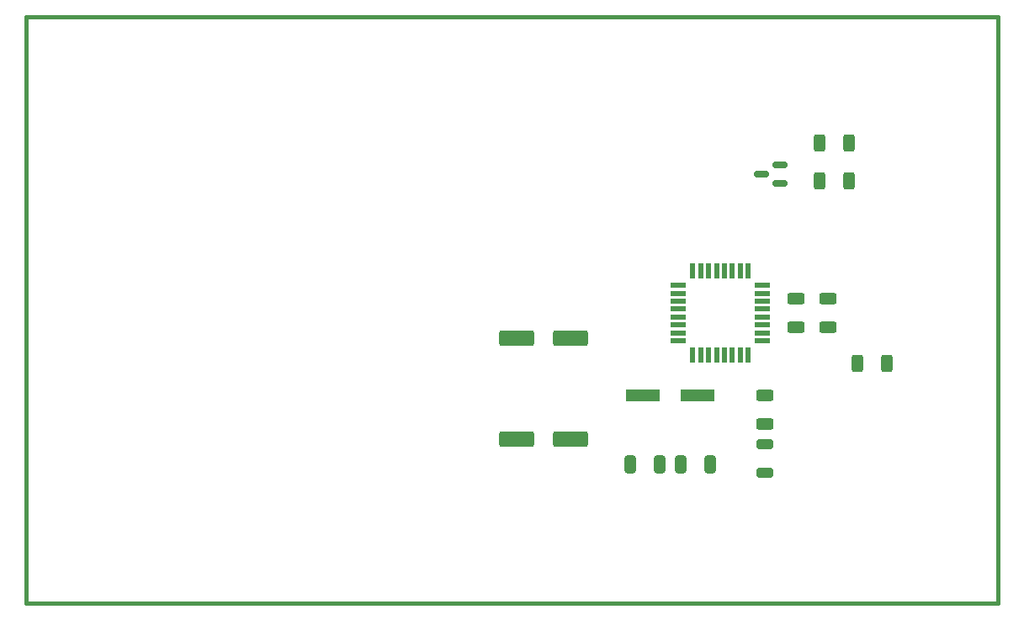
<source format=gbr>
%TF.GenerationSoftware,KiCad,Pcbnew,(6.0.7)*%
%TF.CreationDate,2022-11-01T17:15:19-06:00*%
%TF.ProjectId,BreadboarSchematic,42726561-6462-46f6-9172-536368656d61,rev?*%
%TF.SameCoordinates,Original*%
%TF.FileFunction,Paste,Top*%
%TF.FilePolarity,Positive*%
%FSLAX46Y46*%
G04 Gerber Fmt 4.6, Leading zero omitted, Abs format (unit mm)*
G04 Created by KiCad (PCBNEW (6.0.7)) date 2022-11-01 17:15:19*
%MOMM*%
%LPD*%
G01*
G04 APERTURE LIST*
G04 Aperture macros list*
%AMRoundRect*
0 Rectangle with rounded corners*
0 $1 Rounding radius*
0 $2 $3 $4 $5 $6 $7 $8 $9 X,Y pos of 4 corners*
0 Add a 4 corners polygon primitive as box body*
4,1,4,$2,$3,$4,$5,$6,$7,$8,$9,$2,$3,0*
0 Add four circle primitives for the rounded corners*
1,1,$1+$1,$2,$3*
1,1,$1+$1,$4,$5*
1,1,$1+$1,$6,$7*
1,1,$1+$1,$8,$9*
0 Add four rect primitives between the rounded corners*
20,1,$1+$1,$2,$3,$4,$5,0*
20,1,$1+$1,$4,$5,$6,$7,0*
20,1,$1+$1,$6,$7,$8,$9,0*
20,1,$1+$1,$8,$9,$2,$3,0*%
G04 Aperture macros list end*
%TA.AperFunction,Profile*%
%ADD10C,0.381000*%
%TD*%
%ADD11RoundRect,0.250000X-1.500000X-0.550000X1.500000X-0.550000X1.500000X0.550000X-1.500000X0.550000X0*%
%ADD12R,3.500000X1.200000*%
%ADD13RoundRect,0.250000X-0.312500X-0.625000X0.312500X-0.625000X0.312500X0.625000X-0.312500X0.625000X0*%
%ADD14RoundRect,0.250000X-0.625000X0.312500X-0.625000X-0.312500X0.625000X-0.312500X0.625000X0.312500X0*%
%ADD15RoundRect,0.150000X0.587500X0.150000X-0.587500X0.150000X-0.587500X-0.150000X0.587500X-0.150000X0*%
%ADD16R,1.600000X0.550000*%
%ADD17R,0.550000X1.600000*%
%ADD18RoundRect,0.166600X0.693400X-0.323400X0.693400X0.323400X-0.693400X0.323400X-0.693400X-0.323400X0*%
%ADD19RoundRect,0.250000X0.625000X-0.312500X0.625000X0.312500X-0.625000X0.312500X-0.625000X-0.312500X0*%
%ADD20RoundRect,0.250000X-0.325000X-0.650000X0.325000X-0.650000X0.325000X0.650000X-0.325000X0.650000X0*%
%ADD21RoundRect,0.250000X0.312500X0.625000X-0.312500X0.625000X-0.312500X-0.625000X0.312500X-0.625000X0*%
%ADD22RoundRect,0.250000X0.325000X0.650000X-0.325000X0.650000X-0.325000X-0.650000X0.325000X-0.650000X0*%
G04 APERTURE END LIST*
D10*
X57150000Y-20955000D02*
X154940000Y-20955000D01*
X154940000Y-20955000D02*
X154940000Y-80010000D01*
X154940000Y-80010000D02*
X57150000Y-80010000D01*
X57150000Y-80010000D02*
X57150000Y-20955000D01*
D11*
%TO.C,C2*%
X106520000Y-63500000D03*
X111920000Y-63500000D03*
%TD*%
D12*
%TO.C,Y1*%
X124670000Y-59055000D03*
X119170000Y-59055000D03*
%TD*%
D13*
%TO.C,R1*%
X140777500Y-55880000D03*
X143702500Y-55880000D03*
%TD*%
D14*
%TO.C,R6*%
X131445000Y-59055000D03*
X131445000Y-61980000D03*
%TD*%
D15*
%TO.C,Q1*%
X133017500Y-37780000D03*
X133017500Y-35880000D03*
X131142500Y-36830000D03*
%TD*%
D16*
%TO.C,U2*%
X122750000Y-48000000D03*
X122750000Y-48800000D03*
X122750000Y-49600000D03*
X122750000Y-50400000D03*
X122750000Y-51200000D03*
X122750000Y-52000000D03*
X122750000Y-52800000D03*
X122750000Y-53600000D03*
D17*
X124200000Y-55050000D03*
X125000000Y-55050000D03*
X125800000Y-55050000D03*
X126600000Y-55050000D03*
X127400000Y-55050000D03*
X128200000Y-55050000D03*
X129000000Y-55050000D03*
X129800000Y-55050000D03*
D16*
X131250000Y-53600000D03*
X131250000Y-52800000D03*
X131250000Y-52000000D03*
X131250000Y-51200000D03*
X131250000Y-50400000D03*
X131250000Y-49600000D03*
X131250000Y-48800000D03*
X131250000Y-48000000D03*
D17*
X129800000Y-46550000D03*
X129000000Y-46550000D03*
X128200000Y-46550000D03*
X127400000Y-46550000D03*
X126600000Y-46550000D03*
X125800000Y-46550000D03*
X125000000Y-46550000D03*
X124200000Y-46550000D03*
%TD*%
D18*
%TO.C,D1*%
X131445000Y-66875000D03*
X131445000Y-63955000D03*
%TD*%
D19*
%TO.C,R5*%
X137795000Y-52262500D03*
X137795000Y-49337500D03*
%TD*%
D20*
%TO.C,C3*%
X117905000Y-66040000D03*
X120855000Y-66040000D03*
%TD*%
D21*
%TO.C,R2*%
X139892500Y-33655000D03*
X136967500Y-33655000D03*
%TD*%
D19*
%TO.C,R4*%
X134620000Y-52262500D03*
X134620000Y-49337500D03*
%TD*%
D22*
%TO.C,C4*%
X125935000Y-66040000D03*
X122985000Y-66040000D03*
%TD*%
D11*
%TO.C,C1*%
X106520000Y-53340000D03*
X111920000Y-53340000D03*
%TD*%
D21*
%TO.C,R3*%
X139892500Y-37465000D03*
X136967500Y-37465000D03*
%TD*%
M02*

</source>
